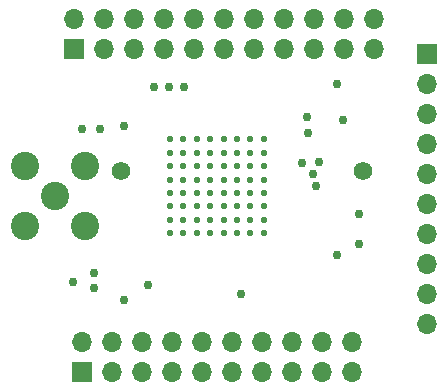
<source format=gbs>
G04 #@! TF.GenerationSoftware,KiCad,Pcbnew,(5.1.6)-1*
G04 #@! TF.CreationDate,2021-11-23T16:38:20-08:00*
G04 #@! TF.ProjectId,scum3c-devboard,7363756d-3363-42d6-9465-76626f617264,rev?*
G04 #@! TF.SameCoordinates,Original*
G04 #@! TF.FileFunction,Soldermask,Bot*
G04 #@! TF.FilePolarity,Negative*
%FSLAX46Y46*%
G04 Gerber Fmt 4.6, Leading zero omitted, Abs format (unit mm)*
G04 Created by KiCad (PCBNEW (5.1.6)-1) date 2021-11-23 16:38:20*
%MOMM*%
%LPD*%
G01*
G04 APERTURE LIST*
%ADD10O,1.700000X1.700000*%
%ADD11R,1.700000X1.700000*%
%ADD12C,2.400000*%
%ADD13C,1.574800*%
%ADD14C,0.762000*%
%ADD15C,0.568750*%
G04 APERTURE END LIST*
D10*
G04 #@! TO.C,J3*
X114300000Y-80264000D03*
X114300000Y-77724000D03*
X114300000Y-75184000D03*
X114300000Y-72644000D03*
X114300000Y-70104000D03*
X114300000Y-67564000D03*
X114300000Y-65024000D03*
X114300000Y-62484000D03*
X114300000Y-59944000D03*
D11*
X114300000Y-57404000D03*
G04 #@! TD*
D12*
G04 #@! TO.C,J4*
X82804000Y-69469000D03*
X80264000Y-66929000D03*
X85344000Y-66929000D03*
X80264000Y-72009000D03*
X85344000Y-72009000D03*
G04 #@! TD*
D13*
G04 #@! TO.C,B1*
X108889800Y-67310000D03*
X88392000Y-67310000D03*
G04 #@! TD*
D11*
G04 #@! TO.C,J1*
X84455000Y-57023000D03*
D10*
X84455000Y-54483000D03*
X86995000Y-57023000D03*
X86995000Y-54483000D03*
X89535000Y-57023000D03*
X89535000Y-54483000D03*
X92075000Y-57023000D03*
X92075000Y-54483000D03*
X94615000Y-57023000D03*
X94615000Y-54483000D03*
X97155000Y-57023000D03*
X97155000Y-54483000D03*
X99695000Y-57023000D03*
X99695000Y-54483000D03*
X102235000Y-57023000D03*
X102235000Y-54483000D03*
X104775000Y-57023000D03*
X104775000Y-54483000D03*
X107315000Y-57023000D03*
X107315000Y-54483000D03*
X109855000Y-57023000D03*
X109855000Y-54483000D03*
G04 #@! TD*
D14*
G04 #@! TO.C,J21*
X108585000Y-70993000D03*
G04 #@! TD*
G04 #@! TO.C,J20*
X104140000Y-62738000D03*
G04 #@! TD*
G04 #@! TO.C,J19*
X93726000Y-60198000D03*
G04 #@! TD*
G04 #@! TO.C,J18*
X92456000Y-60198000D03*
G04 #@! TD*
G04 #@! TO.C,J14*
X91186000Y-60198000D03*
G04 #@! TD*
G04 #@! TO.C,J12*
X86106000Y-77216000D03*
G04 #@! TD*
G04 #@! TO.C,J17*
X108585000Y-73533000D03*
G04 #@! TD*
G04 #@! TO.C,J16*
X105156000Y-66548000D03*
G04 #@! TD*
G04 #@! TO.C,J15*
X103759000Y-66675000D03*
G04 #@! TD*
G04 #@! TO.C,J13*
X88646000Y-78232000D03*
G04 #@! TD*
G04 #@! TO.C,J11*
X86106000Y-75946000D03*
G04 #@! TD*
G04 #@! TO.C,J10*
X104648000Y-67564000D03*
G04 #@! TD*
G04 #@! TO.C,J9*
X104902000Y-68580000D03*
G04 #@! TD*
G04 #@! TO.C,J8*
X85090000Y-63754000D03*
G04 #@! TD*
G04 #@! TO.C,J7*
X86614000Y-63754000D03*
G04 #@! TD*
G04 #@! TO.C,J6*
X88646000Y-63500000D03*
G04 #@! TD*
G04 #@! TO.C,J5*
X104267000Y-64135000D03*
G04 #@! TD*
G04 #@! TO.C,GND6*
X106680000Y-59944000D03*
G04 #@! TD*
G04 #@! TO.C,GND5*
X106680000Y-74422000D03*
G04 #@! TD*
G04 #@! TO.C,GND4*
X107188000Y-62992000D03*
G04 #@! TD*
G04 #@! TO.C,GND3*
X90678000Y-76962000D03*
G04 #@! TD*
G04 #@! TO.C,GND2*
X84328000Y-76708000D03*
G04 #@! TD*
G04 #@! TO.C,GND1*
X98552000Y-77724000D03*
G04 #@! TD*
D10*
G04 #@! TO.C,J2*
X107950000Y-81788000D03*
X107950000Y-84328000D03*
X105410000Y-81788000D03*
X105410000Y-84328000D03*
X102870000Y-81788000D03*
X102870000Y-84328000D03*
X100330000Y-81788000D03*
X100330000Y-84328000D03*
X97790000Y-81788000D03*
X97790000Y-84328000D03*
X95250000Y-81788000D03*
X95250000Y-84328000D03*
X92710000Y-81788000D03*
X92710000Y-84328000D03*
X90170000Y-81788000D03*
X90170000Y-84328000D03*
X87630000Y-81788000D03*
X87630000Y-84328000D03*
X85090000Y-81788000D03*
D11*
X85090000Y-84328000D03*
G04 #@! TD*
D15*
G04 #@! TO.C,U1*
X100501250Y-72619250D03*
X100501250Y-71481750D03*
X100501250Y-70344250D03*
X100501250Y-69206750D03*
X100501250Y-68069250D03*
X100501250Y-66931750D03*
X100501250Y-65794250D03*
X100501250Y-64656750D03*
X99363750Y-72619250D03*
X99363750Y-71481750D03*
X99363750Y-70344250D03*
X99363750Y-69206750D03*
X99363750Y-68069250D03*
X99363750Y-66931750D03*
X99363750Y-65794250D03*
X99363750Y-64656750D03*
X98226250Y-72619250D03*
X98226250Y-71481750D03*
X98226250Y-70344250D03*
X98226250Y-69206750D03*
X98226250Y-68069250D03*
X98226250Y-66931750D03*
X98226250Y-65794250D03*
X98226250Y-64656750D03*
X97088750Y-72619250D03*
X97088750Y-71481750D03*
X97088750Y-70344250D03*
X97088750Y-69206750D03*
X97088750Y-68069250D03*
X97088750Y-66931750D03*
X97088750Y-65794250D03*
X97088750Y-64656750D03*
X95951250Y-72619250D03*
X95951250Y-71481750D03*
X95951250Y-70344250D03*
X95951250Y-69206750D03*
X95951250Y-68069250D03*
X95951250Y-66931750D03*
X95951250Y-65794250D03*
X95951250Y-64656750D03*
X94813750Y-72619250D03*
X94813750Y-71481750D03*
X94813750Y-70344250D03*
X94813750Y-69206750D03*
X94813750Y-68069250D03*
X94813750Y-66931750D03*
X94813750Y-65794250D03*
X94813750Y-64656750D03*
X93676250Y-72619250D03*
X93676250Y-71481750D03*
X93676250Y-70344250D03*
X93676250Y-69206750D03*
X93676250Y-68069250D03*
X93676250Y-66931750D03*
X93676250Y-65794250D03*
X93676250Y-64656750D03*
X92538750Y-72619250D03*
X92538750Y-71481750D03*
X92538750Y-70344250D03*
X92538750Y-69206750D03*
X92538750Y-68069250D03*
X92538750Y-66931750D03*
X92538750Y-65794250D03*
X92538750Y-64656750D03*
G04 #@! TD*
M02*

</source>
